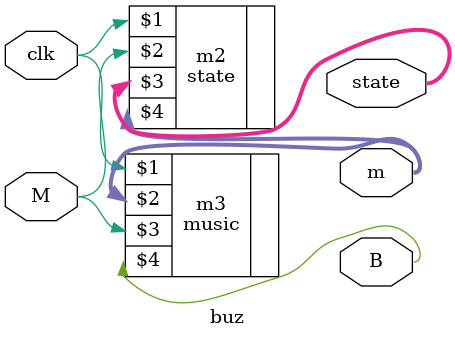
<source format=v>
`timescale 1ns / 1ps


module buz(
input clk,
input M,
output [7:0] state,
output [4:0] m,
output B
);
 

state m2(clk,M,state, m);
music m3(clk,m,M,B);

 
 
endmodule

</source>
